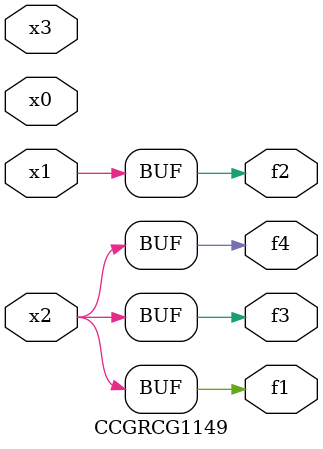
<source format=v>
module CCGRCG1149(
	input x0, x1, x2, x3,
	output f1, f2, f3, f4
);
	assign f1 = x2;
	assign f2 = x1;
	assign f3 = x2;
	assign f4 = x2;
endmodule

</source>
